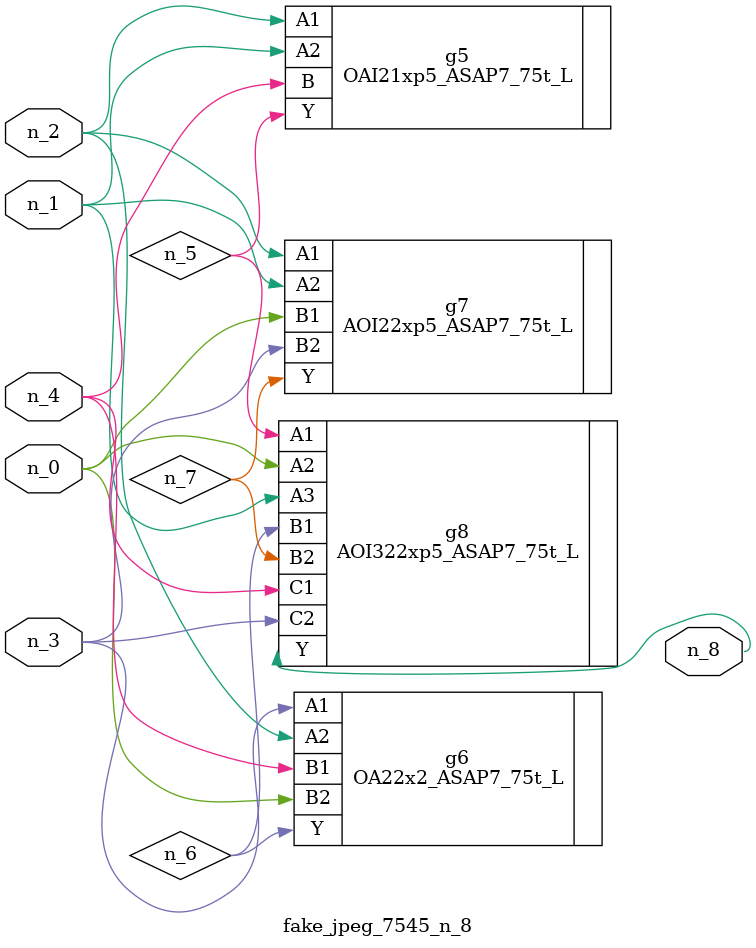
<source format=v>
module fake_jpeg_7545_n_8 (n_3, n_2, n_1, n_0, n_4, n_8);

input n_3;
input n_2;
input n_1;
input n_0;
input n_4;

output n_8;

wire n_6;
wire n_5;
wire n_7;

OAI21xp5_ASAP7_75t_L g5 ( 
.A1(n_2),
.A2(n_1),
.B(n_4),
.Y(n_5)
);

OA22x2_ASAP7_75t_L g6 ( 
.A1(n_3),
.A2(n_2),
.B1(n_4),
.B2(n_0),
.Y(n_6)
);

AOI22xp5_ASAP7_75t_L g7 ( 
.A1(n_2),
.A2(n_1),
.B1(n_0),
.B2(n_3),
.Y(n_7)
);

AOI322xp5_ASAP7_75t_L g8 ( 
.A1(n_5),
.A2(n_0),
.A3(n_1),
.B1(n_6),
.B2(n_7),
.C1(n_4),
.C2(n_3),
.Y(n_8)
);


endmodule
</source>
